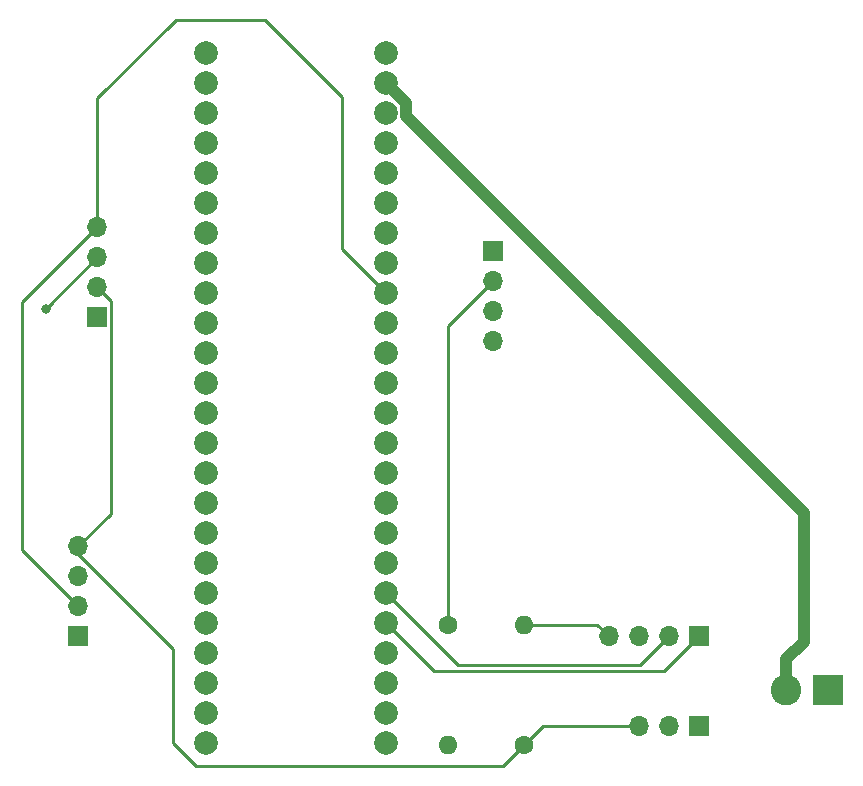
<source format=gbr>
%TF.GenerationSoftware,KiCad,Pcbnew,7.0.7*%
%TF.CreationDate,2023-12-05T11:38:15-05:00*%
%TF.ProjectId,master-board,6d617374-6572-42d6-926f-6172642e6b69,rev?*%
%TF.SameCoordinates,Original*%
%TF.FileFunction,Copper,L2,Bot*%
%TF.FilePolarity,Positive*%
%FSLAX46Y46*%
G04 Gerber Fmt 4.6, Leading zero omitted, Abs format (unit mm)*
G04 Created by KiCad (PCBNEW 7.0.7) date 2023-12-05 11:38:15*
%MOMM*%
%LPD*%
G01*
G04 APERTURE LIST*
%TA.AperFunction,ComponentPad*%
%ADD10R,1.700000X1.700000*%
%TD*%
%TA.AperFunction,ComponentPad*%
%ADD11O,1.700000X1.700000*%
%TD*%
%TA.AperFunction,ComponentPad*%
%ADD12C,1.600000*%
%TD*%
%TA.AperFunction,ComponentPad*%
%ADD13O,1.600000X1.600000*%
%TD*%
%TA.AperFunction,ComponentPad*%
%ADD14C,2.000000*%
%TD*%
%TA.AperFunction,ComponentPad*%
%ADD15R,2.600000X2.600000*%
%TD*%
%TA.AperFunction,ComponentPad*%
%ADD16C,2.600000*%
%TD*%
%TA.AperFunction,ViaPad*%
%ADD17C,0.800000*%
%TD*%
%TA.AperFunction,Conductor*%
%ADD18C,0.250000*%
%TD*%
%TA.AperFunction,Conductor*%
%ADD19C,1.000000*%
%TD*%
G04 APERTURE END LIST*
D10*
%TO.P,J5,1,Pin_1*%
%TO.N,GND*%
X116950000Y-113000000D03*
D11*
%TO.P,J5,2,Pin_2*%
%TO.N,/SDA*%
X116950000Y-110460000D03*
%TO.P,J5,3,Pin_3*%
%TO.N,/SCL*%
X116950000Y-107920000D03*
%TO.P,J5,4,Pin_4*%
%TO.N,/3.3V*%
X116950000Y-105380000D03*
%TD*%
D12*
%TO.P,R2,1*%
%TO.N,/3.3V*%
X148250000Y-112020000D03*
D13*
%TO.P,R2,2*%
%TO.N,/SCL*%
X148250000Y-122180000D03*
%TD*%
D10*
%TO.P,J2,1,Pin_1*%
%TO.N,/BMP_INT*%
X169500000Y-112980000D03*
D11*
%TO.P,J2,2,Pin_2*%
%TO.N,/BMP_CS*%
X166960000Y-112980000D03*
%TO.P,J2,3,Pin_3*%
%TO.N,/BMP_I2C_ADDR*%
X164420000Y-112980000D03*
%TO.P,J2,4,Pin_4*%
%TO.N,/SDA*%
X161880000Y-112980000D03*
%TD*%
D10*
%TO.P,J6,1,Pin_1*%
%TO.N,GND*%
X118550000Y-85990000D03*
D11*
%TO.P,J6,2,Pin_2*%
%TO.N,/3.3V*%
X118550000Y-83450000D03*
%TO.P,J6,3,Pin_3*%
%TO.N,/SCL*%
X118550000Y-80910000D03*
%TO.P,J6,4,Pin_4*%
%TO.N,/SDA*%
X118550000Y-78370000D03*
%TD*%
D10*
%TO.P,J3,1,Pin_1*%
%TO.N,/SCL*%
X169500000Y-120600000D03*
D11*
%TO.P,J3,2,Pin_2*%
%TO.N,GND*%
X166960000Y-120600000D03*
%TO.P,J3,3,Pin_3*%
%TO.N,/3.3V*%
X164420000Y-120600000D03*
%TD*%
D10*
%TO.P,J4,1,Pin_1*%
%TO.N,GND*%
X152050000Y-80380000D03*
D11*
%TO.P,J4,2,Pin_2*%
%TO.N,/3.3V*%
X152050000Y-82920000D03*
%TO.P,J4,3,Pin_3*%
%TO.N,/SCL*%
X152050000Y-85460000D03*
%TO.P,J4,4,Pin_4*%
%TO.N,/SDA*%
X152050000Y-88000000D03*
%TD*%
D14*
%TO.P,Teensy4.1,0,GND*%
%TO.N,GND*%
X127760000Y-63580000D03*
%TO.P,Teensy4.1,1,RX1*%
%TO.N,unconnected-(Teensy4.1-RX1-Pad1)*%
X127760000Y-66120000D03*
%TO.P,Teensy4.1,2,TX1*%
%TO.N,unconnected-(Teensy4.1-TX1-Pad2)*%
X127760000Y-68660000D03*
%TO.P,Teensy4.1,3,PWM*%
%TO.N,unconnected-(Teensy4.1-PWM-Pad3)*%
X127760000Y-71200000D03*
%TO.P,Teensy4.1,4,PWM*%
%TO.N,unconnected-(Teensy4.1-PWM-Pad4)*%
X127760000Y-73740000D03*
%TO.P,Teensy4.1,5,PWM*%
%TO.N,unconnected-(Teensy4.1-PWM-Pad5)*%
X127760000Y-76280000D03*
%TO.P,Teensy4.1,6,PWM*%
%TO.N,unconnected-(Teensy4.1-PWM-Pad6)*%
X127760000Y-78820000D03*
%TO.P,Teensy4.1,7,PWM*%
%TO.N,unconnected-(Teensy4.1-PWM-Pad7)*%
X127760000Y-81360000D03*
%TO.P,Teensy4.1,8,RX2*%
%TO.N,unconnected-(Teensy4.1-RX2-Pad8)*%
X127760000Y-83900000D03*
%TO.P,Teensy4.1,9,TX2*%
%TO.N,unconnected-(Teensy4.1-TX2-Pad9)*%
X127760000Y-86440000D03*
%TO.P,Teensy4.1,10,PWM*%
%TO.N,unconnected-(Teensy4.1-PWM-Pad10)*%
X127760000Y-88980000D03*
%TO.P,Teensy4.1,11,CS*%
%TO.N,unconnected-(Teensy4.1-CS-Pad11)*%
X127760000Y-91520000D03*
%TO.P,Teensy4.1,12,MOSI*%
%TO.N,unconnected-(Teensy4.1-MOSI-Pad12)*%
X127760000Y-94060000D03*
%TO.P,Teensy4.1,13,MISO*%
%TO.N,unconnected-(Teensy4.1-MISO-Pad13)*%
X127760000Y-96600000D03*
%TO.P,Teensy4.1,14,3.3V*%
%TO.N,unconnected-(Teensy4.1-3.3V-Pad14)*%
X127760000Y-99140000D03*
%TO.P,Teensy4.1,15,SCL2*%
%TO.N,unconnected-(Teensy4.1-SCL2-Pad15)*%
X127760000Y-101680000D03*
%TO.P,Teensy4.1,16,SDA2*%
%TO.N,unconnected-(Teensy4.1-SDA2-Pad16)*%
X127760000Y-104220000D03*
%TO.P,Teensy4.1,17,MOSI1*%
%TO.N,unconnected-(Teensy4.1-MOSI1-Pad17)*%
X127760000Y-106760000D03*
%TO.P,Teensy4.1,18,SCK1*%
%TO.N,unconnected-(Teensy4.1-SCK1-Pad18)*%
X127760000Y-109300000D03*
%TO.P,Teensy4.1,19,RX7*%
%TO.N,unconnected-(Teensy4.1-RX7-Pad19)*%
X127760000Y-111840000D03*
%TO.P,Teensy4.1,20,TX7*%
%TO.N,unconnected-(Teensy4.1-TX7-Pad20)*%
X127760000Y-114380000D03*
%TO.P,Teensy4.1,21,GPIO*%
%TO.N,unconnected-(Teensy4.1-GPIO-Pad21)*%
X127760000Y-116920000D03*
%TO.P,Teensy4.1,22,GPIO*%
%TO.N,unconnected-(Teensy4.1-GPIO-Pad22)*%
X127760000Y-119460000D03*
%TO.P,Teensy4.1,23,GPIO*%
%TO.N,unconnected-(Teensy4.1-GPIO-Pad23)*%
X127760000Y-122000000D03*
%TO.P,Teensy4.1,24,PWM*%
%TO.N,unconnected-(Teensy4.1-PWM-Pad24)*%
X143000000Y-122000000D03*
%TO.P,Teensy4.1,25,RX8*%
%TO.N,unconnected-(Teensy4.1-RX8-Pad25)*%
X143000000Y-119460000D03*
%TO.P,Teensy4.1,26,TX8*%
%TO.N,unconnected-(Teensy4.1-TX8-Pad26)*%
X143000000Y-116920000D03*
%TO.P,Teensy4.1,27,PWM*%
%TO.N,unconnected-(Teensy4.1-PWM-Pad27)*%
X143000000Y-114380000D03*
%TO.P,Teensy4.1,28,PWM*%
%TO.N,/BMP_INT*%
X143000000Y-111840000D03*
%TO.P,Teensy4.1,29,CS1*%
%TO.N,/BMP_CS*%
X143000000Y-109300000D03*
%TO.P,Teensy4.1,30,MISO*%
%TO.N,/BMP_I2C_ADDR*%
X143000000Y-106760000D03*
%TO.P,Teensy4.1,31,A16*%
%TO.N,unconnected-(Teensy4.1-A16-Pad31)*%
X143000000Y-104220000D03*
%TO.P,Teensy4.1,32,A17*%
%TO.N,unconnected-(Teensy4.1-A17-Pad32)*%
X143000000Y-101680000D03*
%TO.P,Teensy4.1,33,GND*%
%TO.N,unconnected-(Teensy4.1-GND-Pad33)*%
X143000000Y-99140000D03*
%TO.P,Teensy4.1,34,SCK*%
%TO.N,unconnected-(Teensy4.1-SCK-Pad34)*%
X143000000Y-96600000D03*
%TO.P,Teensy4.1,35,A0*%
%TO.N,unconnected-(Teensy4.1-A0-Pad35)*%
X143000000Y-94060000D03*
%TO.P,Teensy4.1,36,A1*%
%TO.N,unconnected-(Teensy4.1-A1-Pad36)*%
X143000000Y-91520000D03*
%TO.P,Teensy4.1,37,A2*%
%TO.N,unconnected-(Teensy4.1-A2-Pad37)*%
X143000000Y-88980000D03*
%TO.P,Teensy4.1,38,A3*%
%TO.N,unconnected-(Teensy4.1-A3-Pad38)*%
X143000000Y-86440000D03*
%TO.P,Teensy4.1,39,SDA*%
%TO.N,/SDA*%
X143000000Y-83900000D03*
%TO.P,Teensy4.1,40,SCL*%
%TO.N,/SCL*%
X143000000Y-81360000D03*
%TO.P,Teensy4.1,41,TX5*%
%TO.N,unconnected-(Teensy4.1-TX5-Pad41)*%
X143000000Y-78820000D03*
%TO.P,Teensy4.1,42,RX5*%
%TO.N,unconnected-(Teensy4.1-RX5-Pad42)*%
X143000000Y-76280000D03*
%TO.P,Teensy4.1,43,PWM*%
%TO.N,unconnected-(Teensy4.1-PWM-Pad43)*%
X143000000Y-73740000D03*
%TO.P,Teensy4.1,44,PWM*%
%TO.N,unconnected-(Teensy4.1-PWM-Pad44)*%
X143000000Y-71200000D03*
%TO.P,Teensy4.1,45,3.3V*%
%TO.N,/3.3V*%
X143000000Y-68660000D03*
%TO.P,Teensy4.1,46,GND*%
%TO.N,Net-(J1-Pin_2)*%
X143000000Y-66120000D03*
%TO.P,Teensy4.1,47,Vin*%
%TO.N,Net-(J1-Pin_1)*%
X143000000Y-63580000D03*
%TD*%
D15*
%TO.P,J1,1,Pin_1*%
%TO.N,Net-(J1-Pin_1)*%
X180400000Y-117555000D03*
D16*
%TO.P,J1,2,Pin_2*%
%TO.N,Net-(J1-Pin_2)*%
X176900000Y-117555000D03*
%TD*%
D12*
%TO.P,R1,1*%
%TO.N,/3.3V*%
X154700000Y-122180000D03*
D13*
%TO.P,R1,2*%
%TO.N,/SDA*%
X154700000Y-112020000D03*
%TD*%
D17*
%TO.N,/SCL*%
X114200000Y-85260000D03*
%TD*%
D18*
%TO.N,/3.3V*%
X148250000Y-86720000D02*
X148250000Y-112020000D01*
X152050000Y-82920000D02*
X148250000Y-86720000D01*
D19*
%TO.N,Net-(J1-Pin_2)*%
X178370000Y-102570000D02*
X178370000Y-113430000D01*
X176900000Y-114900000D02*
X176900000Y-117555000D01*
X144700000Y-68900000D02*
X178370000Y-102570000D01*
X144700000Y-67820000D02*
X144700000Y-68900000D01*
X178370000Y-113430000D02*
X176900000Y-114900000D01*
X143000000Y-66120000D02*
X144700000Y-67820000D01*
D18*
%TO.N,/BMP_INT*%
X169500000Y-112980000D02*
X166580000Y-115900000D01*
X147060000Y-115900000D02*
X143000000Y-111840000D01*
X166580000Y-115900000D02*
X147060000Y-115900000D01*
%TO.N,/BMP_CS*%
X164490000Y-115450000D02*
X149150000Y-115450000D01*
X166960000Y-112980000D02*
X164490000Y-115450000D01*
X149150000Y-115450000D02*
X143000000Y-109300000D01*
%TO.N,/SDA*%
X160920000Y-112020000D02*
X161880000Y-112980000D01*
X112200000Y-84720000D02*
X112200000Y-105710000D01*
X154700000Y-112020000D02*
X160920000Y-112020000D01*
X112200000Y-105710000D02*
X116950000Y-110460000D01*
X125200000Y-60800000D02*
X132800000Y-60800000D01*
X139300000Y-80200000D02*
X143000000Y-83900000D01*
X118550000Y-67450000D02*
X125200000Y-60800000D01*
X139300000Y-67300000D02*
X139300000Y-80200000D01*
X132800000Y-60800000D02*
X139300000Y-67300000D01*
X118550000Y-78370000D02*
X118550000Y-67450000D01*
X118550000Y-78370000D02*
X112200000Y-84720000D01*
%TO.N,/SCL*%
X118550000Y-80910000D02*
X114200000Y-85260000D01*
%TO.N,/3.3V*%
X119725000Y-84625000D02*
X119725000Y-102605000D01*
X126900000Y-123950000D02*
X152930000Y-123950000D01*
X119725000Y-102605000D02*
X116950000Y-105380000D01*
X118550000Y-83450000D02*
X119725000Y-84625000D01*
X152930000Y-123950000D02*
X154700000Y-122180000D01*
X116950000Y-105380000D02*
X116950000Y-106050000D01*
X124950000Y-122000000D02*
X126900000Y-123950000D01*
X116950000Y-106050000D02*
X124950000Y-114050000D01*
X124950000Y-114050000D02*
X124950000Y-122000000D01*
X156280000Y-120600000D02*
X154700000Y-122180000D01*
X164420000Y-120600000D02*
X156280000Y-120600000D01*
%TD*%
M02*

</source>
